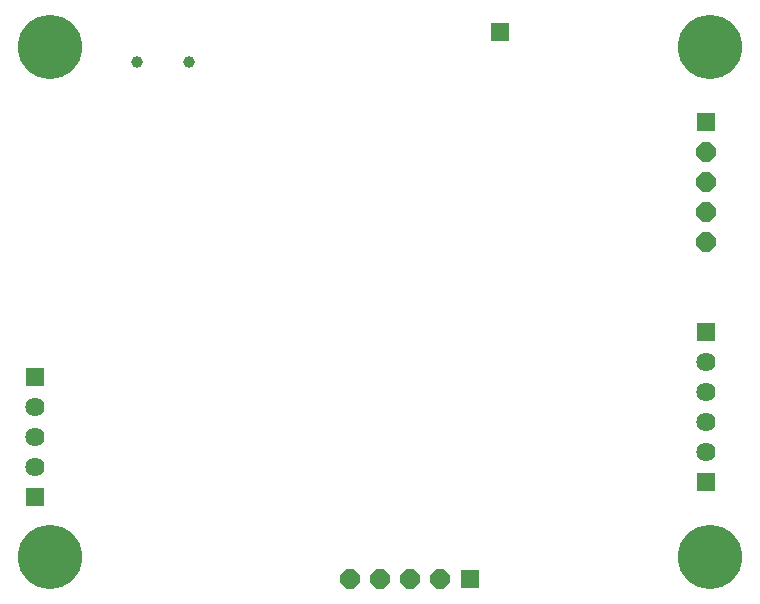
<source format=gbs>
G75*
G70*
%OFA0B0*%
%FSLAX24Y24*%
%IPPOS*%
%LPD*%
%AMOC8*
5,1,8,0,0,1.08239X$1,22.5*
%
%ADD10R,0.0640X0.0640*%
%ADD11OC8,0.0640*%
%ADD12C,0.2140*%
%ADD13C,0.0640*%
%ADD14C,0.0394*%
D10*
X003117Y010948D03*
X003117Y014948D03*
X017617Y008198D03*
X025492Y011448D03*
X025492Y016448D03*
X025492Y023448D03*
X018617Y026448D03*
D11*
X025492Y022448D03*
X025492Y021448D03*
X025492Y020448D03*
X025492Y019448D03*
X016617Y008198D03*
X015617Y008198D03*
X014617Y008198D03*
X013617Y008198D03*
D12*
X003617Y008948D03*
X003617Y025948D03*
X025617Y025948D03*
X025617Y008948D03*
D13*
X025492Y012448D03*
X025492Y013448D03*
X025492Y014448D03*
X025492Y015448D03*
X003117Y013948D03*
X003117Y012948D03*
X003117Y011948D03*
D14*
X006500Y025448D03*
X008233Y025448D03*
M02*

</source>
